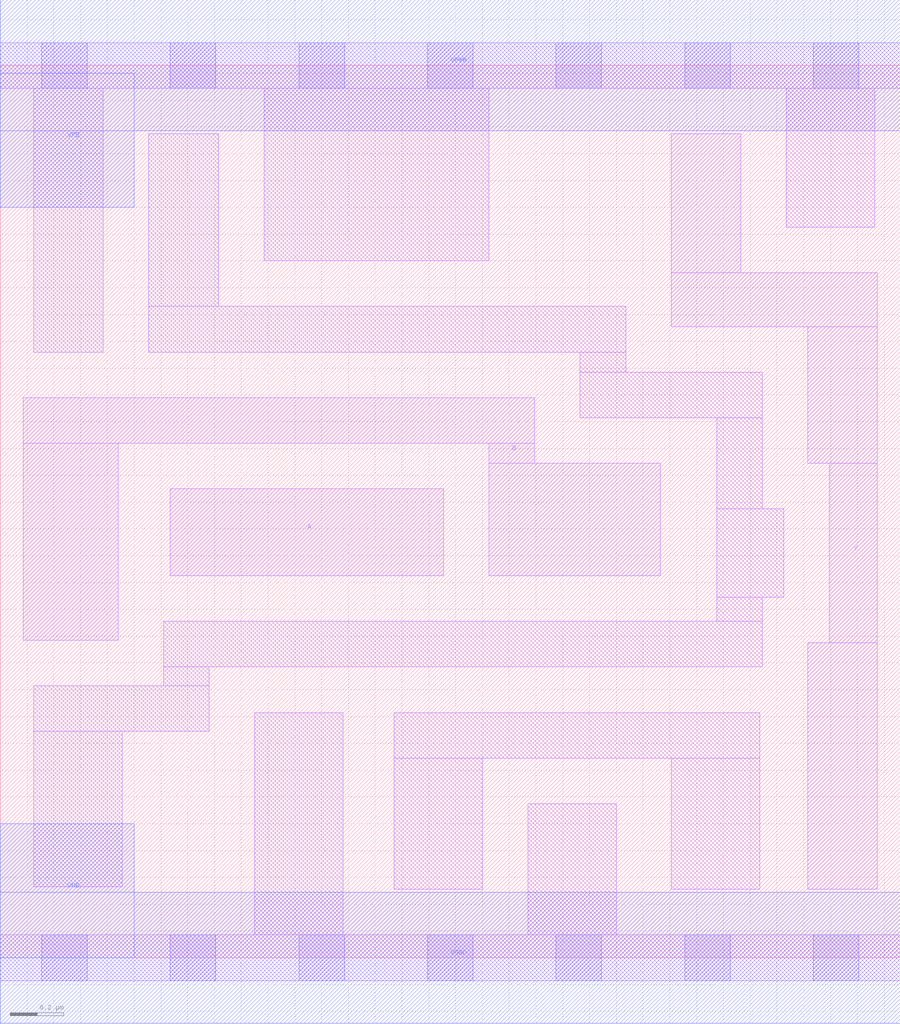
<source format=lef>
# Copyright 2020 The SkyWater PDK Authors
#
# Licensed under the Apache License, Version 2.0 (the "License");
# you may not use this file except in compliance with the License.
# You may obtain a copy of the License at
#
#     https://www.apache.org/licenses/LICENSE-2.0
#
# Unless required by applicable law or agreed to in writing, software
# distributed under the License is distributed on an "AS IS" BASIS,
# WITHOUT WARRANTIES OR CONDITIONS OF ANY KIND, either express or implied.
# See the License for the specific language governing permissions and
# limitations under the License.
#
# SPDX-License-Identifier: Apache-2.0

VERSION 5.5 ;
NAMESCASESENSITIVE ON ;
BUSBITCHARS "[]" ;
DIVIDERCHAR "/" ;
MACRO sky130_fd_sc_lp__xnor2_1
  CLASS CORE ;
  SOURCE USER ;
  ORIGIN  0.000000  0.000000 ;
  SIZE  3.360000 BY  3.330000 ;
  SYMMETRY X Y R90 ;
  SITE unit ;
  PIN A
    ANTENNAGATEAREA  0.630000 ;
    DIRECTION INPUT ;
    USE SIGNAL ;
    PORT
      LAYER li1 ;
        RECT 0.635000 1.425000 1.655000 1.750000 ;
    END
  END A
  PIN B
    ANTENNAGATEAREA  0.630000 ;
    DIRECTION INPUT ;
    USE SIGNAL ;
    PORT
      LAYER li1 ;
        RECT 0.085000 1.185000 0.440000 1.920000 ;
        RECT 0.085000 1.920000 1.995000 2.090000 ;
        RECT 1.825000 1.425000 2.465000 1.845000 ;
        RECT 1.825000 1.845000 1.995000 1.920000 ;
    END
  END B
  PIN Y
    ANTENNADIFFAREA  0.657300 ;
    DIRECTION OUTPUT ;
    USE SIGNAL ;
    PORT
      LAYER li1 ;
        RECT 2.505000 2.355000 3.275000 2.555000 ;
        RECT 2.505000 2.555000 2.765000 3.075000 ;
        RECT 3.015000 0.255000 3.275000 1.175000 ;
        RECT 3.015000 1.845000 3.275000 2.355000 ;
        RECT 3.095000 1.175000 3.275000 1.845000 ;
    END
  END Y
  PIN VGND
    DIRECTION INOUT ;
    USE GROUND ;
    PORT
      LAYER met1 ;
        RECT 0.000000 -0.245000 3.360000 0.245000 ;
    END
  END VGND
  PIN VNB
    DIRECTION INOUT ;
    USE GROUND ;
    PORT
      LAYER met1 ;
        RECT 0.000000 0.000000 0.500000 0.500000 ;
    END
  END VNB
  PIN VPB
    DIRECTION INOUT ;
    USE POWER ;
    PORT
      LAYER met1 ;
        RECT 0.000000 2.800000 0.500000 3.300000 ;
    END
  END VPB
  PIN VPWR
    DIRECTION INOUT ;
    USE POWER ;
    PORT
      LAYER met1 ;
        RECT 0.000000 3.085000 3.360000 3.575000 ;
    END
  END VPWR
  OBS
    LAYER li1 ;
      RECT 0.000000 -0.085000 3.360000 0.085000 ;
      RECT 0.000000  3.245000 3.360000 3.415000 ;
      RECT 0.125000  0.265000 0.455000 0.845000 ;
      RECT 0.125000  0.845000 0.780000 1.015000 ;
      RECT 0.125000  2.260000 0.385000 3.245000 ;
      RECT 0.555000  2.260000 2.335000 2.430000 ;
      RECT 0.555000  2.430000 0.815000 3.075000 ;
      RECT 0.610000  1.015000 0.780000 1.085000 ;
      RECT 0.610000  1.085000 2.845000 1.255000 ;
      RECT 0.950000  0.085000 1.280000 0.915000 ;
      RECT 0.985000  2.600000 1.825000 3.245000 ;
      RECT 1.470000  0.255000 1.800000 0.745000 ;
      RECT 1.470000  0.745000 2.835000 0.915000 ;
      RECT 1.970000  0.085000 2.300000 0.575000 ;
      RECT 2.165000  2.015000 2.845000 2.185000 ;
      RECT 2.165000  2.185000 2.335000 2.260000 ;
      RECT 2.505000  0.255000 2.835000 0.745000 ;
      RECT 2.675000  1.255000 2.845000 1.345000 ;
      RECT 2.675000  1.345000 2.925000 1.675000 ;
      RECT 2.675000  1.675000 2.845000 2.015000 ;
      RECT 2.935000  2.725000 3.265000 3.245000 ;
    LAYER mcon ;
      RECT 0.155000 -0.085000 0.325000 0.085000 ;
      RECT 0.155000  3.245000 0.325000 3.415000 ;
      RECT 0.635000 -0.085000 0.805000 0.085000 ;
      RECT 0.635000  3.245000 0.805000 3.415000 ;
      RECT 1.115000 -0.085000 1.285000 0.085000 ;
      RECT 1.115000  3.245000 1.285000 3.415000 ;
      RECT 1.595000 -0.085000 1.765000 0.085000 ;
      RECT 1.595000  3.245000 1.765000 3.415000 ;
      RECT 2.075000 -0.085000 2.245000 0.085000 ;
      RECT 2.075000  3.245000 2.245000 3.415000 ;
      RECT 2.555000 -0.085000 2.725000 0.085000 ;
      RECT 2.555000  3.245000 2.725000 3.415000 ;
      RECT 3.035000 -0.085000 3.205000 0.085000 ;
      RECT 3.035000  3.245000 3.205000 3.415000 ;
  END
END sky130_fd_sc_lp__xnor2_1

</source>
